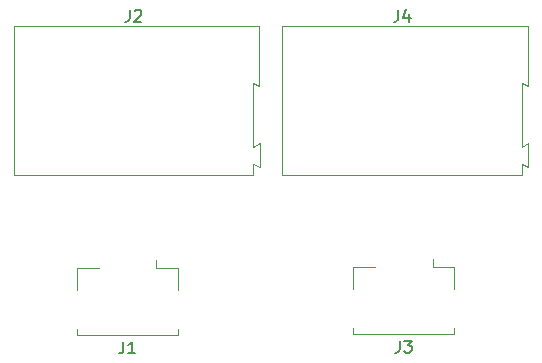
<source format=gbr>
%TF.GenerationSoftware,KiCad,Pcbnew,7.0.6-7.0.6~ubuntu22.04.1*%
%TF.CreationDate,2023-07-24T17:50:48-06:00*%
%TF.ProjectId,stepper_microscope_stage_intermediaries,73746570-7065-4725-9f6d-6963726f7363,rev?*%
%TF.SameCoordinates,Original*%
%TF.FileFunction,Legend,Top*%
%TF.FilePolarity,Positive*%
%FSLAX46Y46*%
G04 Gerber Fmt 4.6, Leading zero omitted, Abs format (unit mm)*
G04 Created by KiCad (PCBNEW 7.0.6-7.0.6~ubuntu22.04.1) date 2023-07-24 17:50:48*
%MOMM*%
%LPD*%
G01*
G04 APERTURE LIST*
%ADD10C,0.150000*%
%ADD11C,0.120000*%
G04 APERTURE END LIST*
D10*
X165906666Y-86054819D02*
X165906666Y-86769104D01*
X165906666Y-86769104D02*
X165859047Y-86911961D01*
X165859047Y-86911961D02*
X165763809Y-87007200D01*
X165763809Y-87007200D02*
X165620952Y-87054819D01*
X165620952Y-87054819D02*
X165525714Y-87054819D01*
X166811428Y-86388152D02*
X166811428Y-87054819D01*
X166573333Y-86007200D02*
X166335238Y-86721485D01*
X166335238Y-86721485D02*
X166954285Y-86721485D01*
X166046666Y-114074819D02*
X166046666Y-114789104D01*
X166046666Y-114789104D02*
X165999047Y-114931961D01*
X165999047Y-114931961D02*
X165903809Y-115027200D01*
X165903809Y-115027200D02*
X165760952Y-115074819D01*
X165760952Y-115074819D02*
X165665714Y-115074819D01*
X166427619Y-114074819D02*
X167046666Y-114074819D01*
X167046666Y-114074819D02*
X166713333Y-114455771D01*
X166713333Y-114455771D02*
X166856190Y-114455771D01*
X166856190Y-114455771D02*
X166951428Y-114503390D01*
X166951428Y-114503390D02*
X166999047Y-114551009D01*
X166999047Y-114551009D02*
X167046666Y-114646247D01*
X167046666Y-114646247D02*
X167046666Y-114884342D01*
X167046666Y-114884342D02*
X166999047Y-114979580D01*
X166999047Y-114979580D02*
X166951428Y-115027200D01*
X166951428Y-115027200D02*
X166856190Y-115074819D01*
X166856190Y-115074819D02*
X166570476Y-115074819D01*
X166570476Y-115074819D02*
X166475238Y-115027200D01*
X166475238Y-115027200D02*
X166427619Y-114979580D01*
X143166666Y-86054819D02*
X143166666Y-86769104D01*
X143166666Y-86769104D02*
X143119047Y-86911961D01*
X143119047Y-86911961D02*
X143023809Y-87007200D01*
X143023809Y-87007200D02*
X142880952Y-87054819D01*
X142880952Y-87054819D02*
X142785714Y-87054819D01*
X143595238Y-86150057D02*
X143642857Y-86102438D01*
X143642857Y-86102438D02*
X143738095Y-86054819D01*
X143738095Y-86054819D02*
X143976190Y-86054819D01*
X143976190Y-86054819D02*
X144071428Y-86102438D01*
X144071428Y-86102438D02*
X144119047Y-86150057D01*
X144119047Y-86150057D02*
X144166666Y-86245295D01*
X144166666Y-86245295D02*
X144166666Y-86340533D01*
X144166666Y-86340533D02*
X144119047Y-86483390D01*
X144119047Y-86483390D02*
X143547619Y-87054819D01*
X143547619Y-87054819D02*
X144166666Y-87054819D01*
X142641666Y-114154819D02*
X142641666Y-114869104D01*
X142641666Y-114869104D02*
X142594047Y-115011961D01*
X142594047Y-115011961D02*
X142498809Y-115107200D01*
X142498809Y-115107200D02*
X142355952Y-115154819D01*
X142355952Y-115154819D02*
X142260714Y-115154819D01*
X143641666Y-115154819D02*
X143070238Y-115154819D01*
X143355952Y-115154819D02*
X143355952Y-114154819D01*
X143355952Y-114154819D02*
X143260714Y-114297676D01*
X143260714Y-114297676D02*
X143165476Y-114392914D01*
X143165476Y-114392914D02*
X143070238Y-114440533D01*
D11*
%TO.C,J4*%
X176390000Y-99100000D02*
X176390000Y-100050000D01*
X176390000Y-100050000D02*
X156090000Y-100050000D01*
X176390000Y-92250000D02*
X176390000Y-97650000D01*
X156090000Y-87450000D02*
X176890000Y-87450000D01*
X176940000Y-97350000D02*
X176940000Y-99400000D01*
X176890000Y-92500000D02*
X176390000Y-92250000D01*
X176890000Y-87450000D02*
X176890000Y-92500000D01*
X176940000Y-99400000D02*
X176390000Y-99100000D01*
X176390000Y-97650000D02*
X176940000Y-97350000D01*
X156090000Y-100050000D02*
X156090000Y-87450000D01*
%TO.C,J3*%
X162095000Y-113530000D02*
X162095000Y-112980000D01*
X168815000Y-107860000D02*
X168815000Y-107120000D01*
X170665000Y-107860000D02*
X168815000Y-107860000D01*
X170665000Y-109660000D02*
X170665000Y-107860000D01*
X162095000Y-109660000D02*
X162095000Y-107860000D01*
X170665000Y-112980000D02*
X170665000Y-113530000D01*
X162095000Y-107860000D02*
X163945000Y-107860000D01*
X170665000Y-113530000D02*
X162095000Y-113530000D01*
%TO.C,J2*%
X153650000Y-99100000D02*
X153650000Y-100050000D01*
X153650000Y-100050000D02*
X133350000Y-100050000D01*
X153650000Y-92250000D02*
X153650000Y-97650000D01*
X133350000Y-87450000D02*
X154150000Y-87450000D01*
X154200000Y-97350000D02*
X154200000Y-99400000D01*
X154150000Y-92500000D02*
X153650000Y-92250000D01*
X154150000Y-87450000D02*
X154150000Y-92500000D01*
X154200000Y-99400000D02*
X153650000Y-99100000D01*
X153650000Y-97650000D02*
X154200000Y-97350000D01*
X133350000Y-100050000D02*
X133350000Y-87450000D01*
%TO.C,J1*%
X147260000Y-113610000D02*
X138690000Y-113610000D01*
X138690000Y-107940000D02*
X140540000Y-107940000D01*
X147260000Y-113060000D02*
X147260000Y-113610000D01*
X138690000Y-109740000D02*
X138690000Y-107940000D01*
X147260000Y-109740000D02*
X147260000Y-107940000D01*
X147260000Y-107940000D02*
X145410000Y-107940000D01*
X145410000Y-107940000D02*
X145410000Y-107200000D01*
X138690000Y-113610000D02*
X138690000Y-113060000D01*
%TD*%
M02*

</source>
